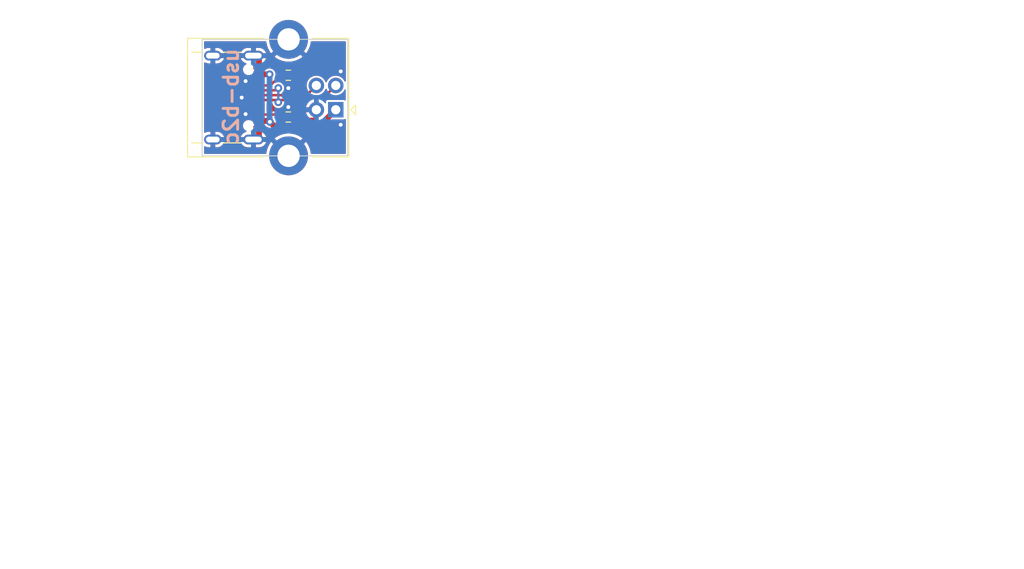
<source format=kicad_pcb>
(kicad_pcb (version 20221018) (generator pcbnew)
  (layers (0 "F.Cu" signal) (31 "B.Cu" signal) (34 "B.Paste" user) (35 "F.Paste" user) (36 "B.SilkS" user "B.Silkscreen") (37 "F.SilkS" user "F.Silkscreen") (38 "B.Mask" user) (39 "F.Mask" user) (44 "Edge.Cuts" user))
  (net 0 "")
  (net 1 "/VBUS")
  (net 2 "/D-")
  (net 3 "/D+")
  (net 4 "GND")
  (net 5 "/CC1")
  (net 7 "/CC2")
  (footprint "Resistor_SMD:R_0603_1608Metric" (layer "F.Cu") (at 120.4 78)
    (fp_text reference "R1" hide)
    (fp_text value "5.1k")
    (fp_line (start -0.237258 -0.5225) (end 0.237258 -0.5225) (stroke (width 0.12)) (layer "F.SilkS"))
    (fp_line (start -0.237258 0.5225) (end 0.237258 0.5225) (stroke (width 0.12)) (layer "F.SilkS"))
    (pad "1" smd roundrect (at -0.825 0) (size 0.8 0.95) (layers "F.Cu" "F.Paste" "F.Mask") (net 7 "/CC2"))
    (pad "2" smd roundrect (at 0.825 0) (size 0.8 0.95) (layers "F.Cu" "F.Paste" "F.Mask") (net 4 "GND"))
  )
  (footprint "Connector_USB:USB_C_Receptacle_GCT_USB4105-xx-A_16P_TopMnt_Horizontal" (layer "F.Cu") (at 113.7 76 -90)
    (fp_text reference "J2" hide)
    (fp_text value "USB_C_Receptacle_USB2.0")
    (fp_line (start -4.67 0) (end -4.67 -1.8) (stroke (width 0.12)) (layer "F.SilkS"))
    (fp_line (start -4.67 2.1) (end -4.67 3.25) (stroke (width 0.12)) (layer "F.SilkS"))
    (fp_line (start 4.67 0) (end 4.67 -1.8) (stroke (width 0.12)) (layer "F.SilkS"))
    (fp_line (start 4.67 2.1) (end 4.67 3.25) (stroke (width 0.12)) (layer "F.SilkS"))
    (pad "" np_thru_hole circle (at -2.89 -2.605 270) (size 0.65 0.65) (drill 0.65) (layers "F&B.Cu" "*.Mask"))
    (pad "" np_thru_hole circle (at 2.89 -2.605 270) (size 0.65 0.65) (drill 0.65) (layers "F&B.Cu" "*.Mask"))
    (pad "A1" smd rect (at -3.2 -3.68 270) (size 0.6 1.15) (layers "F.Cu" "F.Paste" "F.Mask") (net 4 "GND"))
    (pad "A4" smd rect (at -2.4 -3.68 270) (size 0.6 1.15) (layers "F.Cu" "F.Paste" "F.Mask") (net 1 "/VBUS"))
    (pad "A5" smd rect (at -1.25 -3.68 270) (size 0.3 1.15) (layers "F.Cu" "F.Paste" "F.Mask") (net 5 "/CC1"))
    (pad "A6" smd rect (at -0.25 -3.68 270) (size 0.3 1.15) (layers "F.Cu" "F.Paste" "F.Mask") (net 3 "/D+"))
    (pad "A7" smd rect (at 0.25 -3.68 270) (size 0.3 1.15) (layers "F.Cu" "F.Paste" "F.Mask") (net 2 "/D-"))
    (pad "A8" smd rect (at 1.25 -3.68 270) (size 0.3 1.15) (layers "F.Cu" "F.Paste" "F.Mask"))
    (pad "A9" smd rect (at 2.4 -3.68 270) (size 0.6 1.15) (layers "F.Cu" "F.Paste" "F.Mask") (net 1 "/VBUS"))
    (pad "A12" smd rect (at 3.2 -3.68 270) (size 0.6 1.15) (layers "F.Cu" "F.Paste" "F.Mask") (net 4 "GND"))
    (pad "B1" smd rect (at 3.2 -3.68 270) (size 0.6 1.15) (layers "F.Cu" "F.Paste" "F.Mask") (net 4 "GND"))
    (pad "B4" smd rect (at 2.4 -3.68 270) (size 0.6 1.15) (layers "F.Cu" "F.Paste" "F.Mask") (net 1 "/VBUS"))
    (pad "B5" smd rect (at 1.75 -3.68 270) (size 0.3 1.15) (layers "F.Cu" "F.Paste" "F.Mask") (net 7 "/CC2"))
    (pad "B6" smd rect (at 0.75 -3.68 270) (size 0.3 1.15) (layers "F.Cu" "F.Paste" "F.Mask") (net 3 "/D+"))
    (pad "B7" smd rect (at -0.75 -3.68 270) (size 0.3 1.15) (layers "F.Cu" "F.Paste" "F.Mask") (net 2 "/D-"))
    (pad "B8" smd rect (at -1.75 -3.68 270) (size 0.3 1.15) (layers "F.Cu" "F.Paste" "F.Mask"))
    (pad "B9" smd rect (at -2.4 -3.68 270) (size 0.6 1.15) (layers "F.Cu" "F.Paste" "F.Mask") (net 1 "/VBUS"))
    (pad "B12" smd rect (at -3.2 -3.68 270) (size 0.6 1.15) (layers "F.Cu" "F.Paste" "F.Mask") (net 4 "GND"))
    (pad "S1" thru_hole oval (at -4.32 -3.105 270) (size 1 2.1) (drill oval 0.6 1.7) (layers "*.Cu" "*.Mask") (net 4 "GND"))
    (pad "S1" thru_hole oval (at -4.32 1.075 270) (size 1 1.8) (drill oval 0.6 1.4) (layers "*.Cu" "*.Mask") (net 4 "GND"))
    (pad "S1" thru_hole oval (at 4.32 -3.105 270) (size 1 2.1) (drill oval 0.6 1.7) (layers "*.Cu" "*.Mask") (net 4 "GND"))
    (pad "S1" thru_hole oval (at 4.32 1.075 270) (size 1 1.8) (drill oval 0.6 1.4) (layers "*.Cu" "*.Mask") (net 4 "GND"))
  )
  (footprint "Resistor_SMD:R_0603_1608Metric" (layer "F.Cu") (at 120.4 73.7)
    (fp_text reference "R2" hide)
    (fp_text value "5.1k")
    (fp_line (start -0.237258 -0.5225) (end 0.237258 -0.5225) (stroke (width 0.12)) (layer "F.SilkS"))
    (fp_line (start -0.237258 0.5225) (end 0.237258 0.5225) (stroke (width 0.12)) (layer "F.SilkS"))
    (pad "1" smd roundrect (at -0.825 0) (size 0.8 0.95) (layers "F.Cu" "F.Paste" "F.Mask") (net 5 "/CC1"))
    (pad "2" smd roundrect (at 0.825 0) (size 0.8 0.95) (layers "F.Cu" "F.Paste" "F.Mask") (net 4 "GND"))
  )
  (footprint "Connector_USB:USB_B_Lumberg_2411_02_Horizontal" (layer "F.Cu") (at 125.2875 77.25 180)
    (fp_text reference "J1" hide)
    (fp_text value "USB_B")
    (fp_line (start -2.05 -0.5) (end -2.05 0.5) (stroke (width 0.12)) (layer "F.SilkS"))
    (fp_line (start -2.05 0.5) (end -1.55 0) (stroke (width 0.12)) (layer "F.SilkS"))
    (fp_line (start -1.55 0) (end -2.05 -0.5) (stroke (width 0.12)) (layer "F.SilkS"))
    (fp_line (start -1.35 -4.86) (end 2.4 -4.86) (stroke (width 0.12)) (layer "F.SilkS"))
    (fp_line (start -1.35 7.36) (end -1.35 -4.86) (stroke (width 0.12)) (layer "F.SilkS"))
    (fp_line (start -1.35 7.36) (end 2.4 7.36) (stroke (width 0.12)) (layer "F.SilkS"))
    (fp_line (start 15.27 -4.86) (end 7.3 -4.86) (stroke (width 0.12)) (layer "F.SilkS"))
    (fp_line (start 15.27 7.36) (end 7.3 7.36) (stroke (width 0.12)) (layer "F.SilkS"))
    (fp_line (start 15.27 7.36) (end 15.27 -4.86) (stroke (width 0.12)) (layer "F.SilkS"))
    (pad "1" thru_hole rect (at 0 0 270) (size 1.6 1.6) (drill 0.95) (layers "*.Cu" "*.Mask") (net 1 "/VBUS"))
    (pad "2" thru_hole circle (at 0 2.5 270) (size 1.6 1.6) (drill 0.95) (layers "*.Cu" "*.Mask") (net 2 "/D-"))
    (pad "3" thru_hole circle (at 2 2.5 270) (size 1.6 1.6) (drill 0.95) (layers "*.Cu" "*.Mask") (net 3 "/D+"))
    (pad "4" thru_hole circle (at 2 0 270) (size 1.6 1.6) (drill 0.95) (layers "*.Cu" "*.Mask") (net 4 "GND"))
    (pad "5" thru_hole circle (at 4.86 -4.75 270) (size 4 4) (drill 2.3) (layers "*.Cu" "*.Mask") (net 4 "GND"))
    (pad "5" thru_hole circle (at 4.86 7.25 270) (size 4 4) (drill 2.3) (layers "*.Cu" "*.Mask") (net 4 "GND"))
  )
  (gr_rect (start 111.525 70) (end 126.525 82) (stroke (width 0.1)) (fill none) (layer "Edge.Cuts"))
  (gr_text "usb-b2c" (at 114.5 75.9 90) (layer "B.SilkS") (effects (font (size 1.5 1.5) (thickness 0.3) bold) (justify mirror)))
  (segment (start 118.4 78.4) (end 118.975 78.975) (width 0.6) (layer "F.Cu") (net 1))
  (segment (start 118.4 78.4) (end 118.5 78.5) (width 0.6) (layer "F.Cu") (net 1))
  (segment (start 117.38 78.4) (end 118 78.4) (width 0.6) (layer "F.Cu") (net 1))
  (segment (start 123.5625 78.975) (end 125.2875 77.25) (width 0.6) (layer "F.Cu") (net 1))
  (segment (start 118.466843 73.6) (end 117.38 73.6) (width 0.6) (layer "F.Cu") (net 1))
  (segment (start 118.975 78.975) (end 123.5625 78.975) (width 0.6) (layer "F.Cu") (net 1))
  (segment (start 118 78.4) (end 118.4 78.4) (width 0.6) (layer "F.Cu") (net 1))
  (segment (start 118.469708 73.602865) (end 118.466843 73.6) (width 0.6) (layer "F.Cu") (net 1))
  (via (at 118.5 78.5) (size 0.8) (drill 0.4) (layers "F.Cu" "B.Cu") (net 1))
  (via (at 118.469708 73.602865) (size 0.8) (drill 0.4) (layers "F.Cu" "B.Cu") (net 1))
  (segment (start 118.469708 78.469708) (end 118.469708 73.602865) (width 0.6) (layer "B.Cu") (net 1))
  (segment (start 118.5 78.5) (end 118.469708 78.469708) (width 0.6) (layer "B.Cu") (net 1))
  (segment (start 124.1605 75.877) (end 125.2875 74.75) (width 0.254) (layer "F.Cu") (net 2))
  (segment (start 119.4 76.445708) (end 119.4 76.25) (width 0.254) (layer "F.Cu") (net 2))
  (segment (start 119.369208 76.4765) (end 119.4 76.445708) (width 0.254) (layer "F.Cu") (net 2))
  (segment (start 119.142708 75.25) (end 117.38 75.25) (width 0.254) (layer "F.Cu") (net 2))
  (segment (start 117.38 76.25) (end 119 76.25) (width 0.254) (layer "F.Cu") (net 2))
  (segment (start 119 76.25) (end 122.45 76.25) (width 0.254) (layer "F.Cu") (net 2))
  (segment (start 122.823 75.877) (end 124.1605 75.877) (width 0.254) (layer "F.Cu") (net 2))
  (segment (start 122.45 76.25) (end 122.823 75.877) (width 0.254) (layer "F.Cu") (net 2))
  (segment (start 119.369208 75.0235) (end 119.142708 75.25) (width 0.254) (layer "F.Cu") (net 2))
  (via (at 119.369208 75.0235) (size 0.8) (drill 0.4) (layers "F.Cu" "B.Cu") (net 2))
  (via (at 119.369208 76.4765) (size 0.8) (drill 0.4) (layers "F.Cu" "B.Cu") (net 2))
  (segment (start 119.369208 76.4765) (end 119.369208 75.0235) (width 0.254) (layer "B.Cu") (net 2))
  (segment (start 117.38 75.75) (end 116.501 75.75) (width 0.254) (layer "F.Cu") (net 3))
  (segment (start 116.501 75.75) (end 116.478 75.773) (width 0.254) (layer "F.Cu") (net 3))
  (segment (start 116.478 76.727) (end 116.501 76.75) (width 0.254) (layer "F.Cu") (net 3))
  (segment (start 116.478 75.773) (end 116.478 76.727) (width 0.254) (layer "F.Cu") (net 3))
  (segment (start 117.38 75.75) (end 122.2875 75.75) (width 0.254) (layer "F.Cu") (net 3))
  (segment (start 122.2875 75.75) (end 123.2875 74.75) (width 0.254) (layer "F.Cu") (net 3))
  (segment (start 116.501 76.75) (end 117.38 76.75) (width 0.254) (layer "F.Cu") (net 3))
  (segment (start 117.38 71.72) (end 117.4 71.7) (width 0.6) (layer "F.Cu") (net 4))
  (segment (start 117.38 72.8) (end 117.38 71.72) (width 0.6) (layer "F.Cu") (net 4))
  (segment (start 122.8 78.275) (end 122.225 78.275) (width 0.4) (layer "F.Cu") (net 4))
  (segment (start 117.38 80.22) (end 117.3 80.3) (width 0.6) (layer "F.Cu") (net 4))
  (segment (start 123.2875 78.0125) (end 123.025 78.275) (width 0.4) (layer "F.Cu") (net 4))
  (segment (start 123.2875 77.25) (end 123.2875 78.0125) (width 0.4) (layer "F.Cu") (net 4))
  (segment (start 123.025 78.275) (end 122.8 78.275) (width 0.4) (layer "F.Cu") (net 4))
  (segment (start 117.38 79.2) (end 117.38 80.22) (width 0.6) (layer "F.Cu") (net 4))
  (via (at 120.4 76.9765) (size 0.8) (drill 0.4) (layers "F.Cu" "B.Cu") (net 4))
  (via (at 125.8 78.8) (size 0.8) (drill 0.4) (layers "F.Cu" "B.Cu") (net 4))
  (via (at 125.8 73.3) (size 0.8) (drill 0.4) (layers "F.Cu" "B.Cu") (net 4))
  (via (at 116 74.3) (size 0.8) (drill 0.4) (layers "F.Cu" "B.Cu") (net 4))
  (via (at 115.6 76) (size 0.8) (drill 0.4) (layers "F.Cu" "B.Cu") (net 4))
  (via (at 120.4 75.0235) (size 0.8) (drill 0.4) (layers "F.Cu" "B.Cu") (net 4))
  (via (at 116 77.7) (size 0.8) (drill 0.4) (layers "F.Cu" "B.Cu") (net 4))
  (segment (start 118.55 74.75) (end 119.575 73.725) (width 0.254) (layer "F.Cu") (net 5))
  (segment (start 117.38 74.75) (end 118.55 74.75) (width 0.254) (layer "F.Cu") (net 5))
  (segment (start 119.575 73.725) (end 119.575 73.7) (width 0.254) (layer "F.Cu") (net 5))
  (segment (start 119.325 77.75) (end 119.575 78) (width 0.254) (layer "F.Cu") (net 7))
  (segment (start 117.38 77.75) (end 119.325 77.75) (width 0.254) (layer "F.Cu") (net 7))
  (zone (net 4) (net_name "GND") (layers "F&B.Cu") (name "GND") (connect_pads (clearance 0.15)) (min_thickness 0.15) (fill yes (thermal_gap 0.3) (thermal_bridge_width 0.5))
    (polygon (pts (xy 107 67) (xy 129 67) (xy 129 85) (xy 107 85)))
  )
)
</source>
